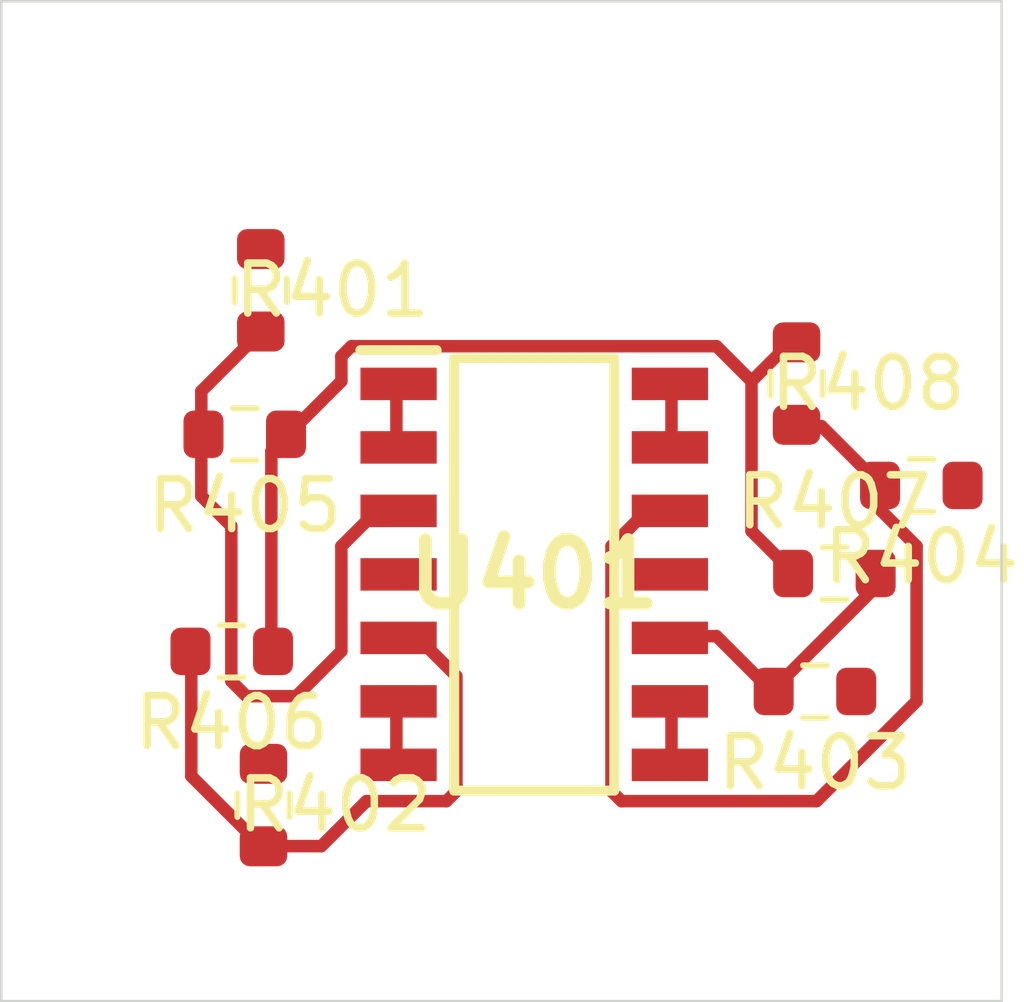
<source format=kicad_pcb>
 ( kicad_pcb  ( version 20171130 )
 ( host pcbnew 5.1.12-84ad8e8a86~92~ubuntu18.04.1 )
 ( general  ( thickness 1.6 )
 ( drawings 4 )
 ( tracks 0 )
 ( zones 0 )
 ( modules 9 )
 ( nets 14 )
)
 ( page A4 )
 ( layers  ( 0 F.Cu signal )
 ( 31 B.Cu signal )
 ( 32 B.Adhes user )
 ( 33 F.Adhes user )
 ( 34 B.Paste user )
 ( 35 F.Paste user )
 ( 36 B.SilkS user )
 ( 37 F.SilkS user )
 ( 38 B.Mask user )
 ( 39 F.Mask user )
 ( 40 Dwgs.User user )
 ( 41 Cmts.User user )
 ( 42 Eco1.User user )
 ( 43 Eco2.User user )
 ( 44 Edge.Cuts user )
 ( 45 Margin user )
 ( 46 B.CrtYd user )
 ( 47 F.CrtYd user )
 ( 48 B.Fab user )
 ( 49 F.Fab user )
)
 ( setup  ( last_trace_width 0.25 )
 ( trace_clearance 0.2 )
 ( zone_clearance 0.508 )
 ( zone_45_only no )
 ( trace_min 0.2 )
 ( via_size 0.8 )
 ( via_drill 0.4 )
 ( via_min_size 0.4 )
 ( via_min_drill 0.3 )
 ( uvia_size 0.3 )
 ( uvia_drill 0.1 )
 ( uvias_allowed no )
 ( uvia_min_size 0.2 )
 ( uvia_min_drill 0.1 )
 ( edge_width 0.05 )
 ( segment_width 0.2 )
 ( pcb_text_width 0.3 )
 ( pcb_text_size 1.5 1.5 )
 ( mod_edge_width 0.12 )
 ( mod_text_size 1 1 )
 ( mod_text_width 0.15 )
 ( pad_size 1.524 1.524 )
 ( pad_drill 0.762 )
 ( pad_to_mask_clearance 0 )
 ( aux_axis_origin 0 0 )
 ( visible_elements FFFFFF7F )
 ( pcbplotparams  ( layerselection 0x010fc_ffffffff )
 ( usegerberextensions false )
 ( usegerberattributes true )
 ( usegerberadvancedattributes true )
 ( creategerberjobfile true )
 ( excludeedgelayer true )
 ( linewidth 0.100000 )
 ( plotframeref false )
 ( viasonmask false )
 ( mode 1 )
 ( useauxorigin false )
 ( hpglpennumber 1 )
 ( hpglpenspeed 20 )
 ( hpglpendiameter 15.000000 )
 ( psnegative false )
 ( psa4output false )
 ( plotreference true )
 ( plotvalue true )
 ( plotinvisibletext false )
 ( padsonsilk false )
 ( subtractmaskfromsilk false )
 ( outputformat 1 )
 ( mirror false )
 ( drillshape 1 )
 ( scaleselection 1 )
 ( outputdirectory "" )
)
)
 ( net 0 "" )
 ( net 1 /Sheet6235D886/vp )
 ( net 2 /Sheet6248AD22/chn0 )
 ( net 3 /Sheet6248AD22/chn1 )
 ( net 4 /Sheet6248AD22/chn2 )
 ( net 5 /Sheet6248AD22/chn3 )
 ( net 6 "Net-(R401-Pad2)" )
 ( net 7 "Net-(R402-Pad2)" )
 ( net 8 "Net-(R403-Pad2)" )
 ( net 9 "Net-(R404-Pad2)" )
 ( net 10 /Sheet6248AD22/chn0_n )
 ( net 11 /Sheet6248AD22/chn1_n )
 ( net 12 /Sheet6248AD22/chn2_n )
 ( net 13 /Sheet6248AD22/chn3_n )
 ( net_class Default "This is the default net class."  ( clearance 0.2 )
 ( trace_width 0.25 )
 ( via_dia 0.8 )
 ( via_drill 0.4 )
 ( uvia_dia 0.3 )
 ( uvia_drill 0.1 )
 ( add_net /Sheet6235D886/vp )
 ( add_net /Sheet6248AD22/chn0 )
 ( add_net /Sheet6248AD22/chn0_n )
 ( add_net /Sheet6248AD22/chn1 )
 ( add_net /Sheet6248AD22/chn1_n )
 ( add_net /Sheet6248AD22/chn2 )
 ( add_net /Sheet6248AD22/chn2_n )
 ( add_net /Sheet6248AD22/chn3 )
 ( add_net /Sheet6248AD22/chn3_n )
 ( add_net "Net-(R401-Pad2)" )
 ( add_net "Net-(R402-Pad2)" )
 ( add_net "Net-(R403-Pad2)" )
 ( add_net "Net-(R404-Pad2)" )
)
 ( module Resistor_SMD:R_0603_1608Metric  ( layer F.Cu )
 ( tedit 5F68FEEE )
 ( tstamp 623425C8 )
 ( at 85.188816 105.781621 270.000000 )
 ( descr "Resistor SMD 0603 (1608 Metric), square (rectangular) end terminal, IPC_7351 nominal, (Body size source: IPC-SM-782 page 72, https://www.pcb-3d.com/wordpress/wp-content/uploads/ipc-sm-782a_amendment_1_and_2.pdf), generated with kicad-footprint-generator" )
 ( tags resistor )
 ( path /6248AD23/6249ADFD )
 ( attr smd )
 ( fp_text reference R401  ( at 0 -1.43 )
 ( layer F.SilkS )
 ( effects  ( font  ( size 1 1 )
 ( thickness 0.15 )
)
)
)
 ( fp_text value 10M  ( at 0 1.43 )
 ( layer F.Fab )
 ( effects  ( font  ( size 1 1 )
 ( thickness 0.15 )
)
)
)
 ( fp_line  ( start -0.8 0.4125 )
 ( end -0.8 -0.4125 )
 ( layer F.Fab )
 ( width 0.1 )
)
 ( fp_line  ( start -0.8 -0.4125 )
 ( end 0.8 -0.4125 )
 ( layer F.Fab )
 ( width 0.1 )
)
 ( fp_line  ( start 0.8 -0.4125 )
 ( end 0.8 0.4125 )
 ( layer F.Fab )
 ( width 0.1 )
)
 ( fp_line  ( start 0.8 0.4125 )
 ( end -0.8 0.4125 )
 ( layer F.Fab )
 ( width 0.1 )
)
 ( fp_line  ( start -0.237258 -0.5225 )
 ( end 0.237258 -0.5225 )
 ( layer F.SilkS )
 ( width 0.12 )
)
 ( fp_line  ( start -0.237258 0.5225 )
 ( end 0.237258 0.5225 )
 ( layer F.SilkS )
 ( width 0.12 )
)
 ( fp_line  ( start -1.48 0.73 )
 ( end -1.48 -0.73 )
 ( layer F.CrtYd )
 ( width 0.05 )
)
 ( fp_line  ( start -1.48 -0.73 )
 ( end 1.48 -0.73 )
 ( layer F.CrtYd )
 ( width 0.05 )
)
 ( fp_line  ( start 1.48 -0.73 )
 ( end 1.48 0.73 )
 ( layer F.CrtYd )
 ( width 0.05 )
)
 ( fp_line  ( start 1.48 0.73 )
 ( end -1.48 0.73 )
 ( layer F.CrtYd )
 ( width 0.05 )
)
 ( fp_text user %R  ( at 0 0 )
 ( layer F.Fab )
 ( effects  ( font  ( size 0.4 0.4 )
 ( thickness 0.06 )
)
)
)
 ( pad 2 smd roundrect  ( at 0.825 0 270.000000 )
 ( size 0.8 0.95 )
 ( layers F.Cu F.Mask F.Paste )
 ( roundrect_rratio 0.25 )
 ( net 6 "Net-(R401-Pad2)" )
)
 ( pad 1 smd roundrect  ( at -0.825 0 270.000000 )
 ( size 0.8 0.95 )
 ( layers F.Cu F.Mask F.Paste )
 ( roundrect_rratio 0.25 )
 ( net 10 /Sheet6248AD22/chn0_n )
)
 ( model ${KISYS3DMOD}/Resistor_SMD.3dshapes/R_0603_1608Metric.wrl  ( at  ( xyz 0 0 0 )
)
 ( scale  ( xyz 1 1 1 )
)
 ( rotate  ( xyz 0 0 0 )
)
)
)
 ( module Resistor_SMD:R_0603_1608Metric  ( layer F.Cu )
 ( tedit 5F68FEEE )
 ( tstamp 623425D9 )
 ( at 85.243113 116.078222 270.000000 )
 ( descr "Resistor SMD 0603 (1608 Metric), square (rectangular) end terminal, IPC_7351 nominal, (Body size source: IPC-SM-782 page 72, https://www.pcb-3d.com/wordpress/wp-content/uploads/ipc-sm-782a_amendment_1_and_2.pdf), generated with kicad-footprint-generator" )
 ( tags resistor )
 ( path /6248AD23/6249B75E )
 ( attr smd )
 ( fp_text reference R402  ( at 0 -1.43 )
 ( layer F.SilkS )
 ( effects  ( font  ( size 1 1 )
 ( thickness 0.15 )
)
)
)
 ( fp_text value 10M  ( at 0 1.43 )
 ( layer F.Fab )
 ( effects  ( font  ( size 1 1 )
 ( thickness 0.15 )
)
)
)
 ( fp_line  ( start 1.48 0.73 )
 ( end -1.48 0.73 )
 ( layer F.CrtYd )
 ( width 0.05 )
)
 ( fp_line  ( start 1.48 -0.73 )
 ( end 1.48 0.73 )
 ( layer F.CrtYd )
 ( width 0.05 )
)
 ( fp_line  ( start -1.48 -0.73 )
 ( end 1.48 -0.73 )
 ( layer F.CrtYd )
 ( width 0.05 )
)
 ( fp_line  ( start -1.48 0.73 )
 ( end -1.48 -0.73 )
 ( layer F.CrtYd )
 ( width 0.05 )
)
 ( fp_line  ( start -0.237258 0.5225 )
 ( end 0.237258 0.5225 )
 ( layer F.SilkS )
 ( width 0.12 )
)
 ( fp_line  ( start -0.237258 -0.5225 )
 ( end 0.237258 -0.5225 )
 ( layer F.SilkS )
 ( width 0.12 )
)
 ( fp_line  ( start 0.8 0.4125 )
 ( end -0.8 0.4125 )
 ( layer F.Fab )
 ( width 0.1 )
)
 ( fp_line  ( start 0.8 -0.4125 )
 ( end 0.8 0.4125 )
 ( layer F.Fab )
 ( width 0.1 )
)
 ( fp_line  ( start -0.8 -0.4125 )
 ( end 0.8 -0.4125 )
 ( layer F.Fab )
 ( width 0.1 )
)
 ( fp_line  ( start -0.8 0.4125 )
 ( end -0.8 -0.4125 )
 ( layer F.Fab )
 ( width 0.1 )
)
 ( fp_text user %R  ( at 0 0 )
 ( layer F.Fab )
 ( effects  ( font  ( size 0.4 0.4 )
 ( thickness 0.06 )
)
)
)
 ( pad 1 smd roundrect  ( at -0.825 0 270.000000 )
 ( size 0.8 0.95 )
 ( layers F.Cu F.Mask F.Paste )
 ( roundrect_rratio 0.25 )
 ( net 11 /Sheet6248AD22/chn1_n )
)
 ( pad 2 smd roundrect  ( at 0.825 0 270.000000 )
 ( size 0.8 0.95 )
 ( layers F.Cu F.Mask F.Paste )
 ( roundrect_rratio 0.25 )
 ( net 7 "Net-(R402-Pad2)" )
)
 ( model ${KISYS3DMOD}/Resistor_SMD.3dshapes/R_0603_1608Metric.wrl  ( at  ( xyz 0 0 0 )
)
 ( scale  ( xyz 1 1 1 )
)
 ( rotate  ( xyz 0 0 0 )
)
)
)
 ( module Resistor_SMD:R_0603_1608Metric  ( layer F.Cu )
 ( tedit 5F68FEEE )
 ( tstamp 623425EA )
 ( at 96.268071 113.806465 180.000000 )
 ( descr "Resistor SMD 0603 (1608 Metric), square (rectangular) end terminal, IPC_7351 nominal, (Body size source: IPC-SM-782 page 72, https://www.pcb-3d.com/wordpress/wp-content/uploads/ipc-sm-782a_amendment_1_and_2.pdf), generated with kicad-footprint-generator" )
 ( tags resistor )
 ( path /6248AD23/6249FB7A )
 ( attr smd )
 ( fp_text reference R403  ( at 0 -1.43 )
 ( layer F.SilkS )
 ( effects  ( font  ( size 1 1 )
 ( thickness 0.15 )
)
)
)
 ( fp_text value 10M  ( at 0 1.43 )
 ( layer F.Fab )
 ( effects  ( font  ( size 1 1 )
 ( thickness 0.15 )
)
)
)
 ( fp_line  ( start 1.48 0.73 )
 ( end -1.48 0.73 )
 ( layer F.CrtYd )
 ( width 0.05 )
)
 ( fp_line  ( start 1.48 -0.73 )
 ( end 1.48 0.73 )
 ( layer F.CrtYd )
 ( width 0.05 )
)
 ( fp_line  ( start -1.48 -0.73 )
 ( end 1.48 -0.73 )
 ( layer F.CrtYd )
 ( width 0.05 )
)
 ( fp_line  ( start -1.48 0.73 )
 ( end -1.48 -0.73 )
 ( layer F.CrtYd )
 ( width 0.05 )
)
 ( fp_line  ( start -0.237258 0.5225 )
 ( end 0.237258 0.5225 )
 ( layer F.SilkS )
 ( width 0.12 )
)
 ( fp_line  ( start -0.237258 -0.5225 )
 ( end 0.237258 -0.5225 )
 ( layer F.SilkS )
 ( width 0.12 )
)
 ( fp_line  ( start 0.8 0.4125 )
 ( end -0.8 0.4125 )
 ( layer F.Fab )
 ( width 0.1 )
)
 ( fp_line  ( start 0.8 -0.4125 )
 ( end 0.8 0.4125 )
 ( layer F.Fab )
 ( width 0.1 )
)
 ( fp_line  ( start -0.8 -0.4125 )
 ( end 0.8 -0.4125 )
 ( layer F.Fab )
 ( width 0.1 )
)
 ( fp_line  ( start -0.8 0.4125 )
 ( end -0.8 -0.4125 )
 ( layer F.Fab )
 ( width 0.1 )
)
 ( fp_text user %R  ( at 0 0 )
 ( layer F.Fab )
 ( effects  ( font  ( size 0.4 0.4 )
 ( thickness 0.06 )
)
)
)
 ( pad 1 smd roundrect  ( at -0.825 0 180.000000 )
 ( size 0.8 0.95 )
 ( layers F.Cu F.Mask F.Paste )
 ( roundrect_rratio 0.25 )
 ( net 12 /Sheet6248AD22/chn2_n )
)
 ( pad 2 smd roundrect  ( at 0.825 0 180.000000 )
 ( size 0.8 0.95 )
 ( layers F.Cu F.Mask F.Paste )
 ( roundrect_rratio 0.25 )
 ( net 8 "Net-(R403-Pad2)" )
)
 ( model ${KISYS3DMOD}/Resistor_SMD.3dshapes/R_0603_1608Metric.wrl  ( at  ( xyz 0 0 0 )
)
 ( scale  ( xyz 1 1 1 )
)
 ( rotate  ( xyz 0 0 0 )
)
)
)
 ( module Resistor_SMD:R_0603_1608Metric  ( layer F.Cu )
 ( tedit 5F68FEEE )
 ( tstamp 623425FB )
 ( at 98.395000 109.684976 180.000000 )
 ( descr "Resistor SMD 0603 (1608 Metric), square (rectangular) end terminal, IPC_7351 nominal, (Body size source: IPC-SM-782 page 72, https://www.pcb-3d.com/wordpress/wp-content/uploads/ipc-sm-782a_amendment_1_and_2.pdf), generated with kicad-footprint-generator" )
 ( tags resistor )
 ( path /6248AD23/6249FB74 )
 ( attr smd )
 ( fp_text reference R404  ( at 0 -1.43 )
 ( layer F.SilkS )
 ( effects  ( font  ( size 1 1 )
 ( thickness 0.15 )
)
)
)
 ( fp_text value 10M  ( at 0 1.43 )
 ( layer F.Fab )
 ( effects  ( font  ( size 1 1 )
 ( thickness 0.15 )
)
)
)
 ( fp_line  ( start -0.8 0.4125 )
 ( end -0.8 -0.4125 )
 ( layer F.Fab )
 ( width 0.1 )
)
 ( fp_line  ( start -0.8 -0.4125 )
 ( end 0.8 -0.4125 )
 ( layer F.Fab )
 ( width 0.1 )
)
 ( fp_line  ( start 0.8 -0.4125 )
 ( end 0.8 0.4125 )
 ( layer F.Fab )
 ( width 0.1 )
)
 ( fp_line  ( start 0.8 0.4125 )
 ( end -0.8 0.4125 )
 ( layer F.Fab )
 ( width 0.1 )
)
 ( fp_line  ( start -0.237258 -0.5225 )
 ( end 0.237258 -0.5225 )
 ( layer F.SilkS )
 ( width 0.12 )
)
 ( fp_line  ( start -0.237258 0.5225 )
 ( end 0.237258 0.5225 )
 ( layer F.SilkS )
 ( width 0.12 )
)
 ( fp_line  ( start -1.48 0.73 )
 ( end -1.48 -0.73 )
 ( layer F.CrtYd )
 ( width 0.05 )
)
 ( fp_line  ( start -1.48 -0.73 )
 ( end 1.48 -0.73 )
 ( layer F.CrtYd )
 ( width 0.05 )
)
 ( fp_line  ( start 1.48 -0.73 )
 ( end 1.48 0.73 )
 ( layer F.CrtYd )
 ( width 0.05 )
)
 ( fp_line  ( start 1.48 0.73 )
 ( end -1.48 0.73 )
 ( layer F.CrtYd )
 ( width 0.05 )
)
 ( fp_text user %R  ( at 0 0 )
 ( layer F.Fab )
 ( effects  ( font  ( size 0.4 0.4 )
 ( thickness 0.06 )
)
)
)
 ( pad 2 smd roundrect  ( at 0.825 0 180.000000 )
 ( size 0.8 0.95 )
 ( layers F.Cu F.Mask F.Paste )
 ( roundrect_rratio 0.25 )
 ( net 9 "Net-(R404-Pad2)" )
)
 ( pad 1 smd roundrect  ( at -0.825 0 180.000000 )
 ( size 0.8 0.95 )
 ( layers F.Cu F.Mask F.Paste )
 ( roundrect_rratio 0.25 )
 ( net 13 /Sheet6248AD22/chn3_n )
)
 ( model ${KISYS3DMOD}/Resistor_SMD.3dshapes/R_0603_1608Metric.wrl  ( at  ( xyz 0 0 0 )
)
 ( scale  ( xyz 1 1 1 )
)
 ( rotate  ( xyz 0 0 0 )
)
)
)
 ( module Resistor_SMD:R_0603_1608Metric  ( layer F.Cu )
 ( tedit 5F68FEEE )
 ( tstamp 6234260C )
 ( at 84.868380 108.662193 180.000000 )
 ( descr "Resistor SMD 0603 (1608 Metric), square (rectangular) end terminal, IPC_7351 nominal, (Body size source: IPC-SM-782 page 72, https://www.pcb-3d.com/wordpress/wp-content/uploads/ipc-sm-782a_amendment_1_and_2.pdf), generated with kicad-footprint-generator" )
 ( tags resistor )
 ( path /6248AD23/62497F62 )
 ( attr smd )
 ( fp_text reference R405  ( at 0 -1.43 )
 ( layer F.SilkS )
 ( effects  ( font  ( size 1 1 )
 ( thickness 0.15 )
)
)
)
 ( fp_text value 750k  ( at 0 1.43 )
 ( layer F.Fab )
 ( effects  ( font  ( size 1 1 )
 ( thickness 0.15 )
)
)
)
 ( fp_line  ( start -0.8 0.4125 )
 ( end -0.8 -0.4125 )
 ( layer F.Fab )
 ( width 0.1 )
)
 ( fp_line  ( start -0.8 -0.4125 )
 ( end 0.8 -0.4125 )
 ( layer F.Fab )
 ( width 0.1 )
)
 ( fp_line  ( start 0.8 -0.4125 )
 ( end 0.8 0.4125 )
 ( layer F.Fab )
 ( width 0.1 )
)
 ( fp_line  ( start 0.8 0.4125 )
 ( end -0.8 0.4125 )
 ( layer F.Fab )
 ( width 0.1 )
)
 ( fp_line  ( start -0.237258 -0.5225 )
 ( end 0.237258 -0.5225 )
 ( layer F.SilkS )
 ( width 0.12 )
)
 ( fp_line  ( start -0.237258 0.5225 )
 ( end 0.237258 0.5225 )
 ( layer F.SilkS )
 ( width 0.12 )
)
 ( fp_line  ( start -1.48 0.73 )
 ( end -1.48 -0.73 )
 ( layer F.CrtYd )
 ( width 0.05 )
)
 ( fp_line  ( start -1.48 -0.73 )
 ( end 1.48 -0.73 )
 ( layer F.CrtYd )
 ( width 0.05 )
)
 ( fp_line  ( start 1.48 -0.73 )
 ( end 1.48 0.73 )
 ( layer F.CrtYd )
 ( width 0.05 )
)
 ( fp_line  ( start 1.48 0.73 )
 ( end -1.48 0.73 )
 ( layer F.CrtYd )
 ( width 0.05 )
)
 ( fp_text user %R  ( at 0 0 )
 ( layer F.Fab )
 ( effects  ( font  ( size 0.4 0.4 )
 ( thickness 0.06 )
)
)
)
 ( pad 2 smd roundrect  ( at 0.825 0 180.000000 )
 ( size 0.8 0.95 )
 ( layers F.Cu F.Mask F.Paste )
 ( roundrect_rratio 0.25 )
 ( net 6 "Net-(R401-Pad2)" )
)
 ( pad 1 smd roundrect  ( at -0.825 0 180.000000 )
 ( size 0.8 0.95 )
 ( layers F.Cu F.Mask F.Paste )
 ( roundrect_rratio 0.25 )
 ( net 1 /Sheet6235D886/vp )
)
 ( model ${KISYS3DMOD}/Resistor_SMD.3dshapes/R_0603_1608Metric.wrl  ( at  ( xyz 0 0 0 )
)
 ( scale  ( xyz 1 1 1 )
)
 ( rotate  ( xyz 0 0 0 )
)
)
)
 ( module Resistor_SMD:R_0603_1608Metric  ( layer F.Cu )
 ( tedit 5F68FEEE )
 ( tstamp 6234261D )
 ( at 84.608526 113.004327 180.000000 )
 ( descr "Resistor SMD 0603 (1608 Metric), square (rectangular) end terminal, IPC_7351 nominal, (Body size source: IPC-SM-782 page 72, https://www.pcb-3d.com/wordpress/wp-content/uploads/ipc-sm-782a_amendment_1_and_2.pdf), generated with kicad-footprint-generator" )
 ( tags resistor )
 ( path /6248AD23/62499098 )
 ( attr smd )
 ( fp_text reference R406  ( at 0 -1.43 )
 ( layer F.SilkS )
 ( effects  ( font  ( size 1 1 )
 ( thickness 0.15 )
)
)
)
 ( fp_text value 750k  ( at 0 1.43 )
 ( layer F.Fab )
 ( effects  ( font  ( size 1 1 )
 ( thickness 0.15 )
)
)
)
 ( fp_line  ( start 1.48 0.73 )
 ( end -1.48 0.73 )
 ( layer F.CrtYd )
 ( width 0.05 )
)
 ( fp_line  ( start 1.48 -0.73 )
 ( end 1.48 0.73 )
 ( layer F.CrtYd )
 ( width 0.05 )
)
 ( fp_line  ( start -1.48 -0.73 )
 ( end 1.48 -0.73 )
 ( layer F.CrtYd )
 ( width 0.05 )
)
 ( fp_line  ( start -1.48 0.73 )
 ( end -1.48 -0.73 )
 ( layer F.CrtYd )
 ( width 0.05 )
)
 ( fp_line  ( start -0.237258 0.5225 )
 ( end 0.237258 0.5225 )
 ( layer F.SilkS )
 ( width 0.12 )
)
 ( fp_line  ( start -0.237258 -0.5225 )
 ( end 0.237258 -0.5225 )
 ( layer F.SilkS )
 ( width 0.12 )
)
 ( fp_line  ( start 0.8 0.4125 )
 ( end -0.8 0.4125 )
 ( layer F.Fab )
 ( width 0.1 )
)
 ( fp_line  ( start 0.8 -0.4125 )
 ( end 0.8 0.4125 )
 ( layer F.Fab )
 ( width 0.1 )
)
 ( fp_line  ( start -0.8 -0.4125 )
 ( end 0.8 -0.4125 )
 ( layer F.Fab )
 ( width 0.1 )
)
 ( fp_line  ( start -0.8 0.4125 )
 ( end -0.8 -0.4125 )
 ( layer F.Fab )
 ( width 0.1 )
)
 ( fp_text user %R  ( at 0 0 )
 ( layer F.Fab )
 ( effects  ( font  ( size 0.4 0.4 )
 ( thickness 0.06 )
)
)
)
 ( pad 1 smd roundrect  ( at -0.825 0 180.000000 )
 ( size 0.8 0.95 )
 ( layers F.Cu F.Mask F.Paste )
 ( roundrect_rratio 0.25 )
 ( net 1 /Sheet6235D886/vp )
)
 ( pad 2 smd roundrect  ( at 0.825 0 180.000000 )
 ( size 0.8 0.95 )
 ( layers F.Cu F.Mask F.Paste )
 ( roundrect_rratio 0.25 )
 ( net 7 "Net-(R402-Pad2)" )
)
 ( model ${KISYS3DMOD}/Resistor_SMD.3dshapes/R_0603_1608Metric.wrl  ( at  ( xyz 0 0 0 )
)
 ( scale  ( xyz 1 1 1 )
)
 ( rotate  ( xyz 0 0 0 )
)
)
)
 ( module Resistor_SMD:R_0603_1608Metric  ( layer F.Cu )
 ( tedit 5F68FEEE )
 ( tstamp 6234262E )
 ( at 96.656475 111.446756 )
 ( descr "Resistor SMD 0603 (1608 Metric), square (rectangular) end terminal, IPC_7351 nominal, (Body size source: IPC-SM-782 page 72, https://www.pcb-3d.com/wordpress/wp-content/uploads/ipc-sm-782a_amendment_1_and_2.pdf), generated with kicad-footprint-generator" )
 ( tags resistor )
 ( path /6248AD23/624A0FFB )
 ( attr smd )
 ( fp_text reference R407  ( at 0 -1.43 )
 ( layer F.SilkS )
 ( effects  ( font  ( size 1 1 )
 ( thickness 0.15 )
)
)
)
 ( fp_text value 1.5M  ( at 0 1.43 )
 ( layer F.Fab )
 ( effects  ( font  ( size 1 1 )
 ( thickness 0.15 )
)
)
)
 ( fp_line  ( start 1.48 0.73 )
 ( end -1.48 0.73 )
 ( layer F.CrtYd )
 ( width 0.05 )
)
 ( fp_line  ( start 1.48 -0.73 )
 ( end 1.48 0.73 )
 ( layer F.CrtYd )
 ( width 0.05 )
)
 ( fp_line  ( start -1.48 -0.73 )
 ( end 1.48 -0.73 )
 ( layer F.CrtYd )
 ( width 0.05 )
)
 ( fp_line  ( start -1.48 0.73 )
 ( end -1.48 -0.73 )
 ( layer F.CrtYd )
 ( width 0.05 )
)
 ( fp_line  ( start -0.237258 0.5225 )
 ( end 0.237258 0.5225 )
 ( layer F.SilkS )
 ( width 0.12 )
)
 ( fp_line  ( start -0.237258 -0.5225 )
 ( end 0.237258 -0.5225 )
 ( layer F.SilkS )
 ( width 0.12 )
)
 ( fp_line  ( start 0.8 0.4125 )
 ( end -0.8 0.4125 )
 ( layer F.Fab )
 ( width 0.1 )
)
 ( fp_line  ( start 0.8 -0.4125 )
 ( end 0.8 0.4125 )
 ( layer F.Fab )
 ( width 0.1 )
)
 ( fp_line  ( start -0.8 -0.4125 )
 ( end 0.8 -0.4125 )
 ( layer F.Fab )
 ( width 0.1 )
)
 ( fp_line  ( start -0.8 0.4125 )
 ( end -0.8 -0.4125 )
 ( layer F.Fab )
 ( width 0.1 )
)
 ( fp_text user %R  ( at 0 0 )
 ( layer F.Fab )
 ( effects  ( font  ( size 0.4 0.4 )
 ( thickness 0.06 )
)
)
)
 ( pad 1 smd roundrect  ( at -0.825 0 )
 ( size 0.8 0.95 )
 ( layers F.Cu F.Mask F.Paste )
 ( roundrect_rratio 0.25 )
 ( net 1 /Sheet6235D886/vp )
)
 ( pad 2 smd roundrect  ( at 0.825 0 )
 ( size 0.8 0.95 )
 ( layers F.Cu F.Mask F.Paste )
 ( roundrect_rratio 0.25 )
 ( net 8 "Net-(R403-Pad2)" )
)
 ( model ${KISYS3DMOD}/Resistor_SMD.3dshapes/R_0603_1608Metric.wrl  ( at  ( xyz 0 0 0 )
)
 ( scale  ( xyz 1 1 1 )
)
 ( rotate  ( xyz 0 0 0 )
)
)
)
 ( module Resistor_SMD:R_0603_1608Metric  ( layer F.Cu )
 ( tedit 5F68FEEE )
 ( tstamp 6234263F )
 ( at 95.900168 107.647648 270.000000 )
 ( descr "Resistor SMD 0603 (1608 Metric), square (rectangular) end terminal, IPC_7351 nominal, (Body size source: IPC-SM-782 page 72, https://www.pcb-3d.com/wordpress/wp-content/uploads/ipc-sm-782a_amendment_1_and_2.pdf), generated with kicad-footprint-generator" )
 ( tags resistor )
 ( path /6248AD23/624A093C )
 ( attr smd )
 ( fp_text reference R408  ( at 0 -1.43 )
 ( layer F.SilkS )
 ( effects  ( font  ( size 1 1 )
 ( thickness 0.15 )
)
)
)
 ( fp_text value 1.5M  ( at 0 1.43 )
 ( layer F.Fab )
 ( effects  ( font  ( size 1 1 )
 ( thickness 0.15 )
)
)
)
 ( fp_line  ( start -0.8 0.4125 )
 ( end -0.8 -0.4125 )
 ( layer F.Fab )
 ( width 0.1 )
)
 ( fp_line  ( start -0.8 -0.4125 )
 ( end 0.8 -0.4125 )
 ( layer F.Fab )
 ( width 0.1 )
)
 ( fp_line  ( start 0.8 -0.4125 )
 ( end 0.8 0.4125 )
 ( layer F.Fab )
 ( width 0.1 )
)
 ( fp_line  ( start 0.8 0.4125 )
 ( end -0.8 0.4125 )
 ( layer F.Fab )
 ( width 0.1 )
)
 ( fp_line  ( start -0.237258 -0.5225 )
 ( end 0.237258 -0.5225 )
 ( layer F.SilkS )
 ( width 0.12 )
)
 ( fp_line  ( start -0.237258 0.5225 )
 ( end 0.237258 0.5225 )
 ( layer F.SilkS )
 ( width 0.12 )
)
 ( fp_line  ( start -1.48 0.73 )
 ( end -1.48 -0.73 )
 ( layer F.CrtYd )
 ( width 0.05 )
)
 ( fp_line  ( start -1.48 -0.73 )
 ( end 1.48 -0.73 )
 ( layer F.CrtYd )
 ( width 0.05 )
)
 ( fp_line  ( start 1.48 -0.73 )
 ( end 1.48 0.73 )
 ( layer F.CrtYd )
 ( width 0.05 )
)
 ( fp_line  ( start 1.48 0.73 )
 ( end -1.48 0.73 )
 ( layer F.CrtYd )
 ( width 0.05 )
)
 ( fp_text user %R  ( at 0 0 )
 ( layer F.Fab )
 ( effects  ( font  ( size 0.4 0.4 )
 ( thickness 0.06 )
)
)
)
 ( pad 2 smd roundrect  ( at 0.825 0 270.000000 )
 ( size 0.8 0.95 )
 ( layers F.Cu F.Mask F.Paste )
 ( roundrect_rratio 0.25 )
 ( net 9 "Net-(R404-Pad2)" )
)
 ( pad 1 smd roundrect  ( at -0.825 0 270.000000 )
 ( size 0.8 0.95 )
 ( layers F.Cu F.Mask F.Paste )
 ( roundrect_rratio 0.25 )
 ( net 1 /Sheet6235D886/vp )
)
 ( model ${KISYS3DMOD}/Resistor_SMD.3dshapes/R_0603_1608Metric.wrl  ( at  ( xyz 0 0 0 )
)
 ( scale  ( xyz 1 1 1 )
)
 ( rotate  ( xyz 0 0 0 )
)
)
)
 ( module TL074HIDR:SOIC127P600X175-14N locked  ( layer F.Cu )
 ( tedit 62336F37 )
 ( tstamp 62342709 )
 ( at 90.655600 111.464000 )
 ( descr "D (-R-PDSO-G14)" )
 ( tags "Integrated Circuit" )
 ( path /6248AD23/624976B2 )
 ( attr smd )
 ( fp_text reference U401  ( at 0 0 )
 ( layer F.SilkS )
 ( effects  ( font  ( size 1.27 1.27 )
 ( thickness 0.254 )
)
)
)
 ( fp_text value TL074  ( at 0 0 )
 ( layer F.SilkS )
hide  ( effects  ( font  ( size 1.27 1.27 )
 ( thickness 0.254 )
)
)
)
 ( fp_line  ( start -3.725 -4.625 )
 ( end 3.725 -4.625 )
 ( layer Dwgs.User )
 ( width 0.05 )
)
 ( fp_line  ( start 3.725 -4.625 )
 ( end 3.725 4.625 )
 ( layer Dwgs.User )
 ( width 0.05 )
)
 ( fp_line  ( start 3.725 4.625 )
 ( end -3.725 4.625 )
 ( layer Dwgs.User )
 ( width 0.05 )
)
 ( fp_line  ( start -3.725 4.625 )
 ( end -3.725 -4.625 )
 ( layer Dwgs.User )
 ( width 0.05 )
)
 ( fp_line  ( start -1.95 -4.325 )
 ( end 1.95 -4.325 )
 ( layer Dwgs.User )
 ( width 0.1 )
)
 ( fp_line  ( start 1.95 -4.325 )
 ( end 1.95 4.325 )
 ( layer Dwgs.User )
 ( width 0.1 )
)
 ( fp_line  ( start 1.95 4.325 )
 ( end -1.95 4.325 )
 ( layer Dwgs.User )
 ( width 0.1 )
)
 ( fp_line  ( start -1.95 4.325 )
 ( end -1.95 -4.325 )
 ( layer Dwgs.User )
 ( width 0.1 )
)
 ( fp_line  ( start -1.95 -3.055 )
 ( end -0.68 -4.325 )
 ( layer Dwgs.User )
 ( width 0.1 )
)
 ( fp_line  ( start -1.6 -4.325 )
 ( end 1.6 -4.325 )
 ( layer F.SilkS )
 ( width 0.2 )
)
 ( fp_line  ( start 1.6 -4.325 )
 ( end 1.6 4.325 )
 ( layer F.SilkS )
 ( width 0.2 )
)
 ( fp_line  ( start 1.6 4.325 )
 ( end -1.6 4.325 )
 ( layer F.SilkS )
 ( width 0.2 )
)
 ( fp_line  ( start -1.6 4.325 )
 ( end -1.6 -4.325 )
 ( layer F.SilkS )
 ( width 0.2 )
)
 ( fp_line  ( start -3.475 -4.485 )
 ( end -1.95 -4.485 )
 ( layer F.SilkS )
 ( width 0.2 )
)
 ( pad 1 smd rect  ( at -2.712 -3.81 90.000000 )
 ( size 0.65 1.525 )
 ( layers F.Cu F.Mask F.Paste )
 ( net 2 /Sheet6248AD22/chn0 )
)
 ( pad 2 smd rect  ( at -2.712 -2.54 90.000000 )
 ( size 0.65 1.525 )
 ( layers F.Cu F.Mask F.Paste )
 ( net 2 /Sheet6248AD22/chn0 )
)
 ( pad 3 smd rect  ( at -2.712 -1.27 90.000000 )
 ( size 0.65 1.525 )
 ( layers F.Cu F.Mask F.Paste )
 ( net 6 "Net-(R401-Pad2)" )
)
 ( pad 4 smd rect  ( at -2.712 0 90.000000 )
 ( size 0.65 1.525 )
 ( layers F.Cu F.Mask F.Paste )
)
 ( pad 5 smd rect  ( at -2.712 1.27 90.000000 )
 ( size 0.65 1.525 )
 ( layers F.Cu F.Mask F.Paste )
 ( net 7 "Net-(R402-Pad2)" )
)
 ( pad 6 smd rect  ( at -2.712 2.54 90.000000 )
 ( size 0.65 1.525 )
 ( layers F.Cu F.Mask F.Paste )
 ( net 3 /Sheet6248AD22/chn1 )
)
 ( pad 7 smd rect  ( at -2.712 3.81 90.000000 )
 ( size 0.65 1.525 )
 ( layers F.Cu F.Mask F.Paste )
 ( net 3 /Sheet6248AD22/chn1 )
)
 ( pad 8 smd rect  ( at 2.712 3.81 90.000000 )
 ( size 0.65 1.525 )
 ( layers F.Cu F.Mask F.Paste )
 ( net 4 /Sheet6248AD22/chn2 )
)
 ( pad 9 smd rect  ( at 2.712 2.54 90.000000 )
 ( size 0.65 1.525 )
 ( layers F.Cu F.Mask F.Paste )
 ( net 4 /Sheet6248AD22/chn2 )
)
 ( pad 10 smd rect  ( at 2.712 1.27 90.000000 )
 ( size 0.65 1.525 )
 ( layers F.Cu F.Mask F.Paste )
 ( net 8 "Net-(R403-Pad2)" )
)
 ( pad 11 smd rect  ( at 2.712 0 90.000000 )
 ( size 0.65 1.525 )
 ( layers F.Cu F.Mask F.Paste )
)
 ( pad 12 smd rect  ( at 2.712 -1.27 90.000000 )
 ( size 0.65 1.525 )
 ( layers F.Cu F.Mask F.Paste )
 ( net 9 "Net-(R404-Pad2)" )
)
 ( pad 13 smd rect  ( at 2.712 -2.54 90.000000 )
 ( size 0.65 1.525 )
 ( layers F.Cu F.Mask F.Paste )
 ( net 5 /Sheet6248AD22/chn3 )
)
 ( pad 14 smd rect  ( at 2.712 -3.81 90.000000 )
 ( size 0.65 1.525 )
 ( layers F.Cu F.Mask F.Paste )
 ( net 5 /Sheet6248AD22/chn3 )
)
)
 ( gr_line  ( start 100 100 )
 ( end 100 120 )
 ( layer Edge.Cuts )
 ( width 0.05 )
 ( tstamp 62E76D2A )
)
 ( gr_line  ( start 80 120 )
 ( end 100 120 )
 ( layer Edge.Cuts )
 ( width 0.05 )
 ( tstamp 62E76D27 )
)
 ( gr_line  ( start 80 100 )
 ( end 80 120 )
 ( layer Edge.Cuts )
 ( width 0.05 )
 ( tstamp 6234110C )
)
 ( gr_line  ( start 80 100 )
 ( end 100 100 )
 ( layer Edge.Cuts )
 ( width 0.05 )
)
 ( segment  ( start 85.400001 113.000002 )
 ( end 85.400001 109.000002 )
 ( width 0.250000 )
 ( layer F.Cu )
 ( net 1 )
)
 ( segment  ( start 85.400001 109.000002 )
 ( end 85.700001 108.700002 )
 ( width 0.250000 )
 ( layer F.Cu )
 ( net 1 )
)
 ( segment  ( start 95.800001 111.400002 )
 ( end 95.000001 110.600002 )
 ( width 0.250000 )
 ( layer F.Cu )
 ( net 1 )
)
 ( segment  ( start 95.000001 110.600002 )
 ( end 95.000001 107.600002 )
 ( width 0.250000 )
 ( layer F.Cu )
 ( net 1 )
)
 ( segment  ( start 95.000001 107.600002 )
 ( end 94.300001 106.900002 )
 ( width 0.250000 )
 ( layer F.Cu )
 ( net 1 )
)
 ( segment  ( start 94.300001 106.900002 )
 ( end 87.000001 106.900002 )
 ( width 0.250000 )
 ( layer F.Cu )
 ( net 1 )
)
 ( segment  ( start 87.000001 106.900002 )
 ( end 86.800001 107.100002 )
 ( width 0.250000 )
 ( layer F.Cu )
 ( net 1 )
)
 ( segment  ( start 86.800001 107.100002 )
 ( end 86.800001 107.600002 )
 ( width 0.250000 )
 ( layer F.Cu )
 ( net 1 )
)
 ( segment  ( start 86.800001 107.600002 )
 ( end 85.700001 108.700002 )
 ( width 0.250000 )
 ( layer F.Cu )
 ( net 1 )
)
 ( segment  ( start 95.900001 106.800002 )
 ( end 95.800001 106.800002 )
 ( width 0.250000 )
 ( layer F.Cu )
 ( net 1 )
)
 ( segment  ( start 95.800001 106.800002 )
 ( end 95.000001 107.600002 )
 ( width 0.250000 )
 ( layer F.Cu )
 ( net 1 )
)
 ( segment  ( start 87.900001 108.900002 )
 ( end 87.900001 107.700002 )
 ( width 0.250000 )
 ( layer F.Cu )
 ( net 2 )
)
 ( segment  ( start 87.900001 115.300002 )
 ( end 87.900001 114.000002 )
 ( width 0.250000 )
 ( layer F.Cu )
 ( net 3 )
)
 ( segment  ( start 93.400001 114.000002 )
 ( end 93.400001 115.300002 )
 ( width 0.250000 )
 ( layer F.Cu )
 ( net 4 )
)
 ( segment  ( start 93.400001 107.700002 )
 ( end 93.400001 108.900002 )
 ( width 0.250000 )
 ( layer F.Cu )
 ( net 5 )
)
 ( segment  ( start 84.000001 108.700002 )
 ( end 84.000001 107.800002 )
 ( width 0.250000 )
 ( layer F.Cu )
 ( net 6 )
)
 ( segment  ( start 84.000001 107.800002 )
 ( end 85.200001 106.600002 )
 ( width 0.250000 )
 ( layer F.Cu )
 ( net 6 )
)
 ( segment  ( start 87.900001 110.200002 )
 ( end 87.500001 110.200002 )
 ( width 0.250000 )
 ( layer F.Cu )
 ( net 6 )
)
 ( segment  ( start 87.500001 110.200002 )
 ( end 86.800001 110.900002 )
 ( width 0.250000 )
 ( layer F.Cu )
 ( net 6 )
)
 ( segment  ( start 86.800001 110.900002 )
 ( end 86.800001 113.000002 )
 ( width 0.250000 )
 ( layer F.Cu )
 ( net 6 )
)
 ( segment  ( start 86.800001 113.000002 )
 ( end 85.900001 113.900002 )
 ( width 0.250000 )
 ( layer F.Cu )
 ( net 6 )
)
 ( segment  ( start 85.900001 113.900002 )
 ( end 84.900001 113.900002 )
 ( width 0.250000 )
 ( layer F.Cu )
 ( net 6 )
)
 ( segment  ( start 84.900001 113.900002 )
 ( end 84.600001 113.600002 )
 ( width 0.250000 )
 ( layer F.Cu )
 ( net 6 )
)
 ( segment  ( start 84.600001 113.600002 )
 ( end 84.600001 110.500002 )
 ( width 0.250000 )
 ( layer F.Cu )
 ( net 6 )
)
 ( segment  ( start 84.600001 110.500002 )
 ( end 84.000001 109.900002 )
 ( width 0.250000 )
 ( layer F.Cu )
 ( net 6 )
)
 ( segment  ( start 84.000001 109.900002 )
 ( end 84.000001 108.700002 )
 ( width 0.250000 )
 ( layer F.Cu )
 ( net 6 )
)
 ( segment  ( start 83.800001 113.000002 )
 ( end 83.800001 115.500002 )
 ( width 0.250000 )
 ( layer F.Cu )
 ( net 7 )
)
 ( segment  ( start 83.800001 115.500002 )
 ( end 85.200001 116.900002 )
 ( width 0.250000 )
 ( layer F.Cu )
 ( net 7 )
)
 ( segment  ( start 87.900001 112.700002 )
 ( end 88.300001 112.700002 )
 ( width 0.250000 )
 ( layer F.Cu )
 ( net 7 )
)
 ( segment  ( start 88.300001 112.700002 )
 ( end 89.100001 113.500002 )
 ( width 0.250000 )
 ( layer F.Cu )
 ( net 7 )
)
 ( segment  ( start 89.100001 113.500002 )
 ( end 89.100001 115.800002 )
 ( width 0.250000 )
 ( layer F.Cu )
 ( net 7 )
)
 ( segment  ( start 89.100001 115.800002 )
 ( end 88.900001 116.000002 )
 ( width 0.250000 )
 ( layer F.Cu )
 ( net 7 )
)
 ( segment  ( start 88.900001 116.000002 )
 ( end 87.300001 116.000002 )
 ( width 0.250000 )
 ( layer F.Cu )
 ( net 7 )
)
 ( segment  ( start 87.300001 116.000002 )
 ( end 86.400001 116.900002 )
 ( width 0.250000 )
 ( layer F.Cu )
 ( net 7 )
)
 ( segment  ( start 86.400001 116.900002 )
 ( end 85.200001 116.900002 )
 ( width 0.250000 )
 ( layer F.Cu )
 ( net 7 )
)
 ( segment  ( start 97.500001 111.400002 )
 ( end 97.500001 111.700002 )
 ( width 0.250000 )
 ( layer F.Cu )
 ( net 8 )
)
 ( segment  ( start 97.500001 111.700002 )
 ( end 95.400001 113.800002 )
 ( width 0.250000 )
 ( layer F.Cu )
 ( net 8 )
)
 ( segment  ( start 93.400001 112.700002 )
 ( end 94.300001 112.700002 )
 ( width 0.250000 )
 ( layer F.Cu )
 ( net 8 )
)
 ( segment  ( start 94.300001 112.700002 )
 ( end 95.400001 113.800002 )
 ( width 0.250000 )
 ( layer F.Cu )
 ( net 8 )
)
 ( segment  ( start 95.900001 108.500002 )
 ( end 96.400001 108.500002 )
 ( width 0.250000 )
 ( layer F.Cu )
 ( net 9 )
)
 ( segment  ( start 96.400001 108.500002 )
 ( end 97.600001 109.700002 )
 ( width 0.250000 )
 ( layer F.Cu )
 ( net 9 )
)
 ( segment  ( start 93.400001 110.200002 )
 ( end 92.900001 110.200002 )
 ( width 0.250000 )
 ( layer F.Cu )
 ( net 9 )
)
 ( segment  ( start 92.900001 110.200002 )
 ( end 92.200001 110.900002 )
 ( width 0.250000 )
 ( layer F.Cu )
 ( net 9 )
)
 ( segment  ( start 92.200001 110.900002 )
 ( end 92.200001 115.800002 )
 ( width 0.250000 )
 ( layer F.Cu )
 ( net 9 )
)
 ( segment  ( start 92.200001 115.800002 )
 ( end 92.400001 116.000002 )
 ( width 0.250000 )
 ( layer F.Cu )
 ( net 9 )
)
 ( segment  ( start 92.400001 116.000002 )
 ( end 96.300001 116.000002 )
 ( width 0.250000 )
 ( layer F.Cu )
 ( net 9 )
)
 ( segment  ( start 96.300001 116.000002 )
 ( end 98.300001 114.000002 )
 ( width 0.250000 )
 ( layer F.Cu )
 ( net 9 )
)
 ( segment  ( start 98.300001 114.000002 )
 ( end 98.300001 110.900002 )
 ( width 0.250000 )
 ( layer F.Cu )
 ( net 9 )
)
 ( segment  ( start 98.300001 110.900002 )
 ( end 97.600001 110.200002 )
 ( width 0.250000 )
 ( layer F.Cu )
 ( net 9 )
)
 ( segment  ( start 97.600001 110.200002 )
 ( end 97.600001 109.700002 )
 ( width 0.250000 )
 ( layer F.Cu )
 ( net 9 )
)
)

</source>
